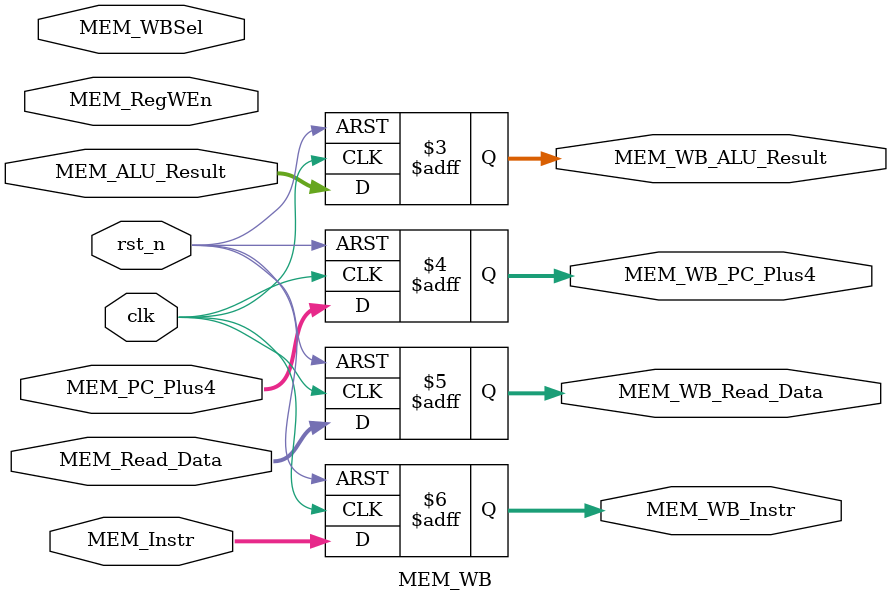
<source format=v>
module MEM_WB (
  input clk, 
  input rst_n,
  input [31:0] MEM_ALU_Result,
  input [31:0] MEM_PC_Plus4,
  input [31:0] MEM_Read_Data,
  input [31:0] MEM_Instr,

  input [1:0] MEM_WBSel,
  input MEM_RegWEn,

  output reg [31:0] MEM_WB_ALU_Result,
  output reg [31:0] MEM_WB_PC_Plus4,
  output reg [31:0] MEM_WB_Read_Data,
  output reg [31:0] MEM_WB_Instr
);

always @( posedge clk, negedge rst_n ) begin
  if (~rst_n) begin
    MEM_WB_ALU_Result <= 0;
    MEM_WB_PC_Plus4 <= 0;
    MEM_WB_Read_Data <= 0; 
    MEM_WB_Instr <= 0;
  end
  else begin
    MEM_WB_ALU_Result <= MEM_ALU_Result;
    MEM_WB_PC_Plus4 <= MEM_PC_Plus4;
    MEM_WB_Read_Data <= MEM_Read_Data; 
    MEM_WB_Instr <= MEM_Instr;
  end
end

endmodule
</source>
